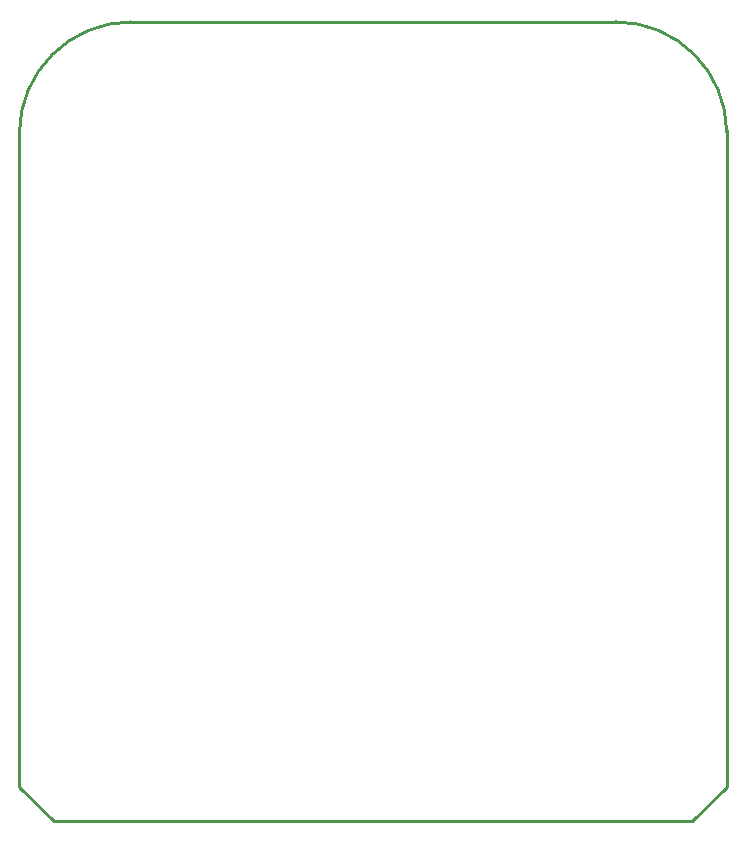
<source format=gbr>
G04 start of page 4 for group 6 idx 6 *
G04 Title: (unknown), outline *
G04 Creator: pcb 20140316 *
G04 CreationDate: Fri Aug 26 09:03:46 2016 UTC *
G04 For: clemi *
G04 Format: Gerber/RS-274X *
G04 PCB-Dimensions (mil): 6000.00 5000.00 *
G04 PCB-Coordinate-Origin: lower left *
%MOIN*%
%FSLAX25Y25*%
%LNOUTLINE*%
%ADD76C,0.0100*%
G54D76*X379921Y384252D02*X541732D01*
X578740Y348031D02*Y129134D01*
X567323Y117717D02*X578740Y129134D01*
X354331Y117717D02*X567323D01*
X342913Y129134D02*X354331Y117717D01*
X342913Y347244D02*Y129134D01*
X578740Y347244D02*G75*G03X541732Y384252I-37008J0D01*G01*
X380315D02*G75*G03X342913Y346850I0J-37402D01*G01*
M02*

</source>
